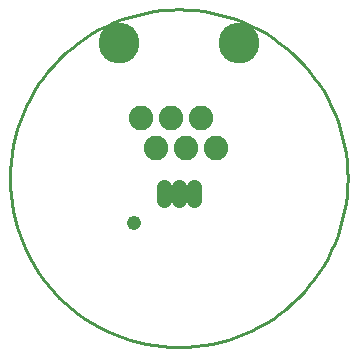
<source format=gbs>
G75*
G70*
%OFA0B0*%
%FSLAX24Y24*%
%IPPOS*%
%LPD*%
%AMOC8*
5,1,8,0,0,1.08239X$1,22.5*
%
%ADD10C,0.0100*%
%ADD11C,0.0516*%
%ADD12C,0.0820*%
%ADD13C,0.0000*%
%ADD14C,0.1360*%
%ADD15C,0.0476*%
D10*
X000150Y005775D02*
X000157Y006051D01*
X000177Y006326D01*
X000211Y006600D01*
X000258Y006872D01*
X000319Y007142D01*
X000392Y007408D01*
X000479Y007670D01*
X000578Y007928D01*
X000690Y008180D01*
X000814Y008427D01*
X000950Y008667D01*
X001098Y008900D01*
X001257Y009126D01*
X001427Y009343D01*
X001607Y009553D01*
X001798Y009752D01*
X001997Y009943D01*
X002207Y010123D01*
X002424Y010293D01*
X002650Y010452D01*
X002883Y010600D01*
X003123Y010736D01*
X003370Y010860D01*
X003622Y010972D01*
X003880Y011071D01*
X004142Y011158D01*
X004408Y011231D01*
X004678Y011292D01*
X004950Y011339D01*
X005224Y011373D01*
X005499Y011393D01*
X005775Y011400D01*
X006051Y011393D01*
X006326Y011373D01*
X006600Y011339D01*
X006872Y011292D01*
X007142Y011231D01*
X007408Y011158D01*
X007670Y011071D01*
X007928Y010972D01*
X008180Y010860D01*
X008427Y010736D01*
X008667Y010600D01*
X008900Y010452D01*
X009126Y010293D01*
X009343Y010123D01*
X009553Y009943D01*
X009752Y009752D01*
X009943Y009553D01*
X010123Y009343D01*
X010293Y009126D01*
X010452Y008900D01*
X010600Y008667D01*
X010736Y008427D01*
X010860Y008180D01*
X010972Y007928D01*
X011071Y007670D01*
X011158Y007408D01*
X011231Y007142D01*
X011292Y006872D01*
X011339Y006600D01*
X011373Y006326D01*
X011393Y006051D01*
X011400Y005775D01*
X011393Y005499D01*
X011373Y005224D01*
X011339Y004950D01*
X011292Y004678D01*
X011231Y004408D01*
X011158Y004142D01*
X011071Y003880D01*
X010972Y003622D01*
X010860Y003370D01*
X010736Y003123D01*
X010600Y002883D01*
X010452Y002650D01*
X010293Y002424D01*
X010123Y002207D01*
X009943Y001997D01*
X009752Y001798D01*
X009553Y001607D01*
X009343Y001427D01*
X009126Y001257D01*
X008900Y001098D01*
X008667Y000950D01*
X008427Y000814D01*
X008180Y000690D01*
X007928Y000578D01*
X007670Y000479D01*
X007408Y000392D01*
X007142Y000319D01*
X006872Y000258D01*
X006600Y000211D01*
X006326Y000177D01*
X006051Y000157D01*
X005775Y000150D01*
X005499Y000157D01*
X005224Y000177D01*
X004950Y000211D01*
X004678Y000258D01*
X004408Y000319D01*
X004142Y000392D01*
X003880Y000479D01*
X003622Y000578D01*
X003370Y000690D01*
X003123Y000814D01*
X002883Y000950D01*
X002650Y001098D01*
X002424Y001257D01*
X002207Y001427D01*
X001997Y001607D01*
X001798Y001798D01*
X001607Y001997D01*
X001427Y002207D01*
X001257Y002424D01*
X001098Y002650D01*
X000950Y002883D01*
X000814Y003123D01*
X000690Y003370D01*
X000578Y003622D01*
X000479Y003880D01*
X000392Y004142D01*
X000319Y004408D01*
X000258Y004678D01*
X000211Y004950D01*
X000177Y005224D01*
X000157Y005499D01*
X000150Y005775D01*
D11*
X005275Y005493D02*
X005275Y005057D01*
X005775Y005057D02*
X005775Y005493D01*
X006275Y005493D02*
X006275Y005057D01*
D12*
X006025Y006775D03*
X007025Y006775D03*
X006525Y007775D03*
X005525Y007775D03*
X004525Y007775D03*
X005025Y006775D03*
D13*
X003135Y010275D02*
X003137Y010325D01*
X003143Y010375D01*
X003153Y010424D01*
X003166Y010473D01*
X003184Y010520D01*
X003205Y010566D01*
X003229Y010609D01*
X003257Y010651D01*
X003288Y010691D01*
X003322Y010728D01*
X003359Y010762D01*
X003399Y010793D01*
X003441Y010821D01*
X003484Y010845D01*
X003530Y010866D01*
X003577Y010884D01*
X003626Y010897D01*
X003675Y010907D01*
X003725Y010913D01*
X003775Y010915D01*
X003825Y010913D01*
X003875Y010907D01*
X003924Y010897D01*
X003973Y010884D01*
X004020Y010866D01*
X004066Y010845D01*
X004109Y010821D01*
X004151Y010793D01*
X004191Y010762D01*
X004228Y010728D01*
X004262Y010691D01*
X004293Y010651D01*
X004321Y010609D01*
X004345Y010566D01*
X004366Y010520D01*
X004384Y010473D01*
X004397Y010424D01*
X004407Y010375D01*
X004413Y010325D01*
X004415Y010275D01*
X004413Y010225D01*
X004407Y010175D01*
X004397Y010126D01*
X004384Y010077D01*
X004366Y010030D01*
X004345Y009984D01*
X004321Y009941D01*
X004293Y009899D01*
X004262Y009859D01*
X004228Y009822D01*
X004191Y009788D01*
X004151Y009757D01*
X004109Y009729D01*
X004066Y009705D01*
X004020Y009684D01*
X003973Y009666D01*
X003924Y009653D01*
X003875Y009643D01*
X003825Y009637D01*
X003775Y009635D01*
X003725Y009637D01*
X003675Y009643D01*
X003626Y009653D01*
X003577Y009666D01*
X003530Y009684D01*
X003484Y009705D01*
X003441Y009729D01*
X003399Y009757D01*
X003359Y009788D01*
X003322Y009822D01*
X003288Y009859D01*
X003257Y009899D01*
X003229Y009941D01*
X003205Y009984D01*
X003184Y010030D01*
X003166Y010077D01*
X003153Y010126D01*
X003143Y010175D01*
X003137Y010225D01*
X003135Y010275D01*
X007135Y010275D02*
X007137Y010325D01*
X007143Y010375D01*
X007153Y010424D01*
X007166Y010473D01*
X007184Y010520D01*
X007205Y010566D01*
X007229Y010609D01*
X007257Y010651D01*
X007288Y010691D01*
X007322Y010728D01*
X007359Y010762D01*
X007399Y010793D01*
X007441Y010821D01*
X007484Y010845D01*
X007530Y010866D01*
X007577Y010884D01*
X007626Y010897D01*
X007675Y010907D01*
X007725Y010913D01*
X007775Y010915D01*
X007825Y010913D01*
X007875Y010907D01*
X007924Y010897D01*
X007973Y010884D01*
X008020Y010866D01*
X008066Y010845D01*
X008109Y010821D01*
X008151Y010793D01*
X008191Y010762D01*
X008228Y010728D01*
X008262Y010691D01*
X008293Y010651D01*
X008321Y010609D01*
X008345Y010566D01*
X008366Y010520D01*
X008384Y010473D01*
X008397Y010424D01*
X008407Y010375D01*
X008413Y010325D01*
X008415Y010275D01*
X008413Y010225D01*
X008407Y010175D01*
X008397Y010126D01*
X008384Y010077D01*
X008366Y010030D01*
X008345Y009984D01*
X008321Y009941D01*
X008293Y009899D01*
X008262Y009859D01*
X008228Y009822D01*
X008191Y009788D01*
X008151Y009757D01*
X008109Y009729D01*
X008066Y009705D01*
X008020Y009684D01*
X007973Y009666D01*
X007924Y009653D01*
X007875Y009643D01*
X007825Y009637D01*
X007775Y009635D01*
X007725Y009637D01*
X007675Y009643D01*
X007626Y009653D01*
X007577Y009666D01*
X007530Y009684D01*
X007484Y009705D01*
X007441Y009729D01*
X007399Y009757D01*
X007359Y009788D01*
X007322Y009822D01*
X007288Y009859D01*
X007257Y009899D01*
X007229Y009941D01*
X007205Y009984D01*
X007184Y010030D01*
X007166Y010077D01*
X007153Y010126D01*
X007143Y010175D01*
X007137Y010225D01*
X007135Y010275D01*
D14*
X007775Y010275D03*
X003775Y010275D03*
D15*
X004275Y004275D03*
M02*

</source>
